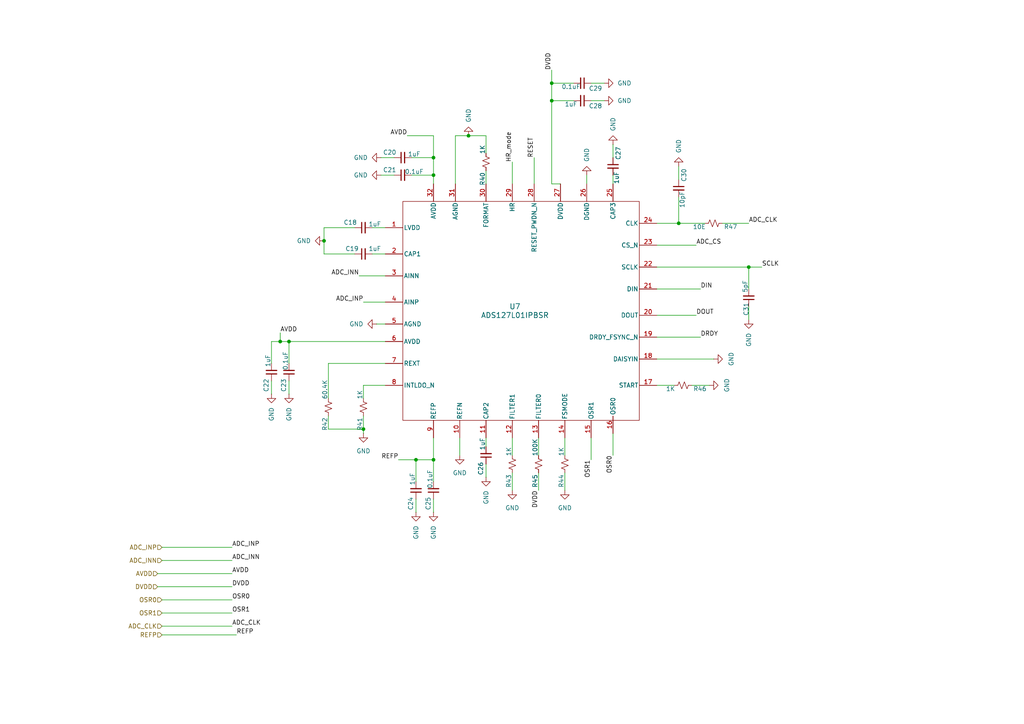
<source format=kicad_sch>
(kicad_sch (version 20231120) (generator "eeschema") (generator_version "8.0")
  (paper "A4")
  (lib_symbols
    (symbol "Device:C_Small" (pin_numbers hide) (pin_names (offset 0.254) hide)
      (property "Reference" "C" (at 0.254 1.778 0))
      (property "Value" "C_Small" (at 0.254 -2.032 0))
      (symbol "C_Small_0_1"
        (polyline (pts (xy -1.524 -0.508) (xy 1.524 -0.508)) (stroke (width 0.3302)))
        (polyline (pts (xy -1.524 0.508) (xy 1.524 0.508)) (stroke (width 0.3048)))
      )
      (symbol "C_Small_1_1"
        (pin passive line (at 0 2.54 270) (length 2.032) (name "~") (number "1"))
        (pin passive line (at 0 -2.54 90) (length 2.032) (name "~") (number "2"))
      )
    )
    (symbol "Device:R_Small_US" (pin_numbers hide) (pin_names (offset 0.254) hide)
      (property "Reference" "R" (at 0.762 0.508 0))
      (property "Value" "R_Small_US" (at 0.762 -1.016 0))
      (symbol "R_Small_US_1_1"
        (polyline (pts (xy 0 0) (xy 1.016 -0.381) (xy 0 -0.762) (xy -1.016 -1.143) (xy 0 -1.524)))
        (polyline (pts (xy 0 1.524) (xy 1.016 1.143) (xy 0 0.762) (xy -1.016 0.381) (xy 0 0)))
        (pin passive line (at 0 2.54 270) (length 1.016) (name "~") (number "1"))
        (pin passive line (at 0 -2.54 90) (length 1.016) (name "~") (number "2"))
      )
    )
    (symbol "Project Symbol Library:ADS127L01IPBSR" (pin_names (offset 0.254))
      (property "Reference" "U" (at 10.16 -5.08 0))
      (property "Value" "ADS127L01IPBSR" (at 10.16 -7.62 0))
      (symbol "ADS127L01IPBSR_0_1"
        (rectangle (start -33.02 29.21) (end 35.56 -34.29))
        (pin power_in line (at -38.1 21.59 0) (length 5.08) (name "LVDD") (number "1"))
        (pin input line (at -16.51 -39.37 90) (length 5.08) (name "REFN") (number "10"))
        (pin unspecified line (at -8.89 -39.37 90) (length 5.08) (name "CAP2") (number "11"))
        (pin input line (at -1.27 -39.37 90) (length 5.08) (name "FILTER1") (number "12"))
        (pin input line (at 6.35 -39.37 90) (length 5.08) (name "FILTER0") (number "13"))
        (pin input line (at 13.97 -39.37 90) (length 5.08) (name "FSMODE") (number "14"))
        (pin input line (at 21.59 -39.37 90) (length 5.08) (name "OSR1") (number "15"))
        (pin input line (at 27.94 -38.1 90) (length 5.08) (name "OSR0") (number "16"))
        (pin input line (at 40.64 -24.13 180) (length 5.08) (name "START") (number "17"))
        (pin input line (at 40.64 -16.51 180) (length 5.08) (name "DAISYIN") (number "18"))
        (pin bidirectional line (at 40.64 -10.16 180) (length 5.08) (name "DRDY_FSYNC_N") (number "19"))
        (pin unspecified line (at -38.1 13.97 0) (length 5.08) (name "CAP1") (number "2"))
        (pin output line (at 40.64 -3.81 180) (length 5.08) (name "DOUT") (number "20"))
        (pin input line (at 40.64 3.81 180) (length 5.08) (name "DIN") (number "21"))
        (pin bidirectional line (at 40.64 10.16 180) (length 5.08) (name "SCLK") (number "22"))
        (pin input line (at 40.64 16.51 180) (length 5.08) (name "CS_N") (number "23"))
        (pin input line (at 40.64 22.86 180) (length 5.08) (name "CLK") (number "24"))
        (pin power_in line (at 27.94 34.29 270) (length 5.08) (name "CAP3") (number "25"))
        (pin power_in line (at 20.32 34.29 270) (length 5.08) (name "DGND") (number "26"))
        (pin power_in line (at 12.7 34.29 270) (length 5.08) (name "DVDD") (number "27"))
        (pin input line (at 5.08 34.29 270) (length 5.08) (name "RESET_PWDN_N") (number "28"))
        (pin input line (at -1.27 34.29 270) (length 5.08) (name "HR") (number "29"))
        (pin input line (at -38.1 7.62 0) (length 5.08) (name "AINN") (number "3"))
        (pin input line (at -8.89 34.29 270) (length 5.08) (name "FORMAT") (number "30"))
        (pin power_in line (at -17.78 34.29 270) (length 5.08) (name "AGND") (number "31"))
        (pin power_in line (at -24.13 34.29 270) (length 5.08) (name "AVDD") (number "32"))
        (pin input line (at -38.1 0 0) (length 5.08) (name "AINP") (number "4"))
        (pin power_in line (at -38.1 -6.35 0) (length 5.08) (name "AGND") (number "5"))
        (pin power_in line (at -38.1 -11.43 0) (length 5.08) (name "AVDD") (number "6"))
        (pin input line (at -38.1 -17.78 0) (length 5.08) (name "REXT") (number "7"))
        (pin input line (at -38.1 -24.13 0) (length 5.08) (name "INTLDO_N") (number "8"))
        (pin input line (at -24.13 -39.37 90) (length 5.08) (name "REFP") (number "9"))
      )
    )
    (symbol "power:GND" (power) (pin_numbers hide) (pin_names (offset 0) hide)
      (property "Value" "GND" (at 0 -3.81 0))
      (symbol "GND_0_1"
        (polyline (pts (xy 0 0) (xy 0 -1.27) (xy 1.27 -1.27) (xy 0 -2.54) (xy -1.27 -1.27) (xy 0 -1.27)))
      )
      (symbol "GND_1_1"
        (pin power_in line (at 0 0 270) (length 0) (name "~") (number "1"))
      )
    )
  )
  (junction (at 160.02 29.21))
  (junction (at 120.65 133.35))
  (junction (at 125.73 133.35))
  (junction (at 83.82 99.06))
  (junction (at 93.98 69.85))
  (junction (at 125.73 45.72))
  (junction (at 217.17 77.47))
  (junction (at 135.89 39.37))
  (junction (at 125.73 50.8))
  (junction (at 160.02 24.13))
  (junction (at 81.28 99.06))
  (junction (at 105.41 124.46))
  (junction (at 196.85 64.77))
  (wire (pts (xy 162.56 53.34) (xy 160.02 53.34)))
  (wire (pts (xy 166.37 24.13) (xy 160.02 24.13)))
  (wire (pts (xy 190.5 71.12) (xy 201.93 71.12)))
  (wire (pts (xy 93.98 69.85) (xy 93.98 73.66)))
  (wire (pts (xy 105.41 111.76) (xy 111.76 111.76)))
  (wire (pts (xy 83.82 114.3) (xy 83.82 110.49)))
  (wire (pts (xy 190.5 77.47) (xy 217.17 77.47)))
  (wire (pts (xy 135.89 39.37) (xy 140.97 39.37)))
  (wire (pts (xy 163.83 127) (xy 163.83 132.08)))
  (wire (pts (xy 78.74 99.06) (xy 81.28 99.06)))
  (wire (pts (xy 105.41 87.63) (xy 111.76 87.63)))
  (wire (pts (xy 154.94 45.72) (xy 154.94 53.34)))
  (wire (pts (xy 163.83 137.16) (xy 163.83 142.24)))
  (wire (pts (xy 107.95 73.66) (xy 111.76 73.66)))
  (wire (pts (xy 148.59 137.16) (xy 148.59 142.24)))
  (wire (pts (xy 115.57 133.35) (xy 120.65 133.35)))
  (wire (pts (xy 45.72 166.37) (xy 67.31 166.37)))
  (wire (pts (xy 190.5 91.44) (xy 201.93 91.44)))
  (wire (pts (xy 175.26 29.21) (xy 171.45 29.21)))
  (wire (pts (xy 110.49 50.8) (xy 114.3 50.8)))
  (wire (pts (xy 46.99 158.75) (xy 67.31 158.75)))
  (wire (pts (xy 78.74 105.41) (xy 78.74 99.06)))
  (wire (pts (xy 93.98 73.66) (xy 102.87 73.66)))
  (wire (pts (xy 160.02 53.34) (xy 160.02 29.21)))
  (wire (pts (xy 190.5 104.14) (xy 207.01 104.14)))
  (wire (pts (xy 125.73 139.7) (xy 125.73 133.35)))
  (wire (pts (xy 196.85 64.77) (xy 204.47 64.77)))
  (wire (pts (xy 83.82 99.06) (xy 111.76 99.06)))
  (wire (pts (xy 156.21 137.16) (xy 156.21 142.24)))
  (wire (pts (xy 45.72 170.18) (xy 67.31 170.18)))
  (wire (pts (xy 177.8 41.91) (xy 177.8 45.72)))
  (wire (pts (xy 81.28 96.52) (xy 81.28 99.06)))
  (wire (pts (xy 209.55 64.77) (xy 217.17 64.77)))
  (wire (pts (xy 132.08 39.37) (xy 135.89 39.37)))
  (wire (pts (xy 125.73 127) (xy 125.73 133.35)))
  (wire (pts (xy 190.5 111.76) (xy 195.58 111.76)))
  (wire (pts (xy 171.45 127) (xy 171.45 133.35)))
  (wire (pts (xy 125.73 50.8) (xy 125.73 53.34)))
  (wire (pts (xy 109.22 93.98) (xy 111.76 93.98)))
  (wire (pts (xy 140.97 138.43) (xy 140.97 134.62)))
  (wire (pts (xy 95.25 115.57) (xy 95.25 105.41)))
  (wire (pts (xy 46.99 173.99) (xy 67.31 173.99)))
  (wire (pts (xy 160.02 29.21) (xy 160.02 24.13)))
  (wire (pts (xy 148.59 127) (xy 148.59 132.08)))
  (wire (pts (xy 196.85 57.15) (xy 196.85 64.77)))
  (wire (pts (xy 175.26 24.13) (xy 171.45 24.13)))
  (wire (pts (xy 118.11 39.37) (xy 125.73 39.37)))
  (wire (pts (xy 217.17 88.9) (xy 217.17 92.71)))
  (wire (pts (xy 95.25 120.65) (xy 95.25 124.46)))
  (wire (pts (xy 105.41 115.57) (xy 105.41 111.76)))
  (wire (pts (xy 46.99 184.15) (xy 68.58 184.15)))
  (wire (pts (xy 104.14 80.01) (xy 111.76 80.01)))
  (wire (pts (xy 102.87 66.04) (xy 93.98 66.04)))
  (wire (pts (xy 177.8 125.73) (xy 177.8 132.08)))
  (wire (pts (xy 105.41 120.65) (xy 105.41 124.46)))
  (wire (pts (xy 140.97 39.37) (xy 140.97 44.45)))
  (wire (pts (xy 120.65 148.59) (xy 120.65 144.78)))
  (wire (pts (xy 200.66 111.76) (xy 205.74 111.76)))
  (wire (pts (xy 120.65 133.35) (xy 125.73 133.35)))
  (wire (pts (xy 125.73 39.37) (xy 125.73 45.72)))
  (wire (pts (xy 217.17 83.82) (xy 217.17 77.47)))
  (wire (pts (xy 140.97 129.54) (xy 140.97 127)))
  (wire (pts (xy 119.38 45.72) (xy 125.73 45.72)))
  (wire (pts (xy 125.73 148.59) (xy 125.73 144.78)))
  (wire (pts (xy 196.85 48.26) (xy 196.85 52.07)))
  (wire (pts (xy 95.25 124.46) (xy 105.41 124.46)))
  (wire (pts (xy 133.35 127) (xy 133.35 132.08)))
  (wire (pts (xy 119.38 50.8) (xy 125.73 50.8)))
  (wire (pts (xy 166.37 29.21) (xy 160.02 29.21)))
  (wire (pts (xy 190.5 97.79) (xy 203.2 97.79)))
  (wire (pts (xy 190.5 83.82) (xy 203.2 83.82)))
  (wire (pts (xy 78.74 114.3) (xy 78.74 110.49)))
  (wire (pts (xy 177.8 50.8) (xy 177.8 53.34)))
  (wire (pts (xy 46.99 181.61) (xy 67.31 181.61)))
  (wire (pts (xy 148.59 46.99) (xy 148.59 53.34)))
  (wire (pts (xy 120.65 139.7) (xy 120.65 133.35)))
  (wire (pts (xy 105.41 124.46) (xy 105.41 125.73)))
  (wire (pts (xy 46.99 177.8) (xy 67.31 177.8)))
  (wire (pts (xy 81.28 99.06) (xy 83.82 99.06)))
  (wire (pts (xy 132.08 39.37) (xy 132.08 53.34)))
  (wire (pts (xy 110.49 45.72) (xy 114.3 45.72)))
  (wire (pts (xy 170.18 50.8) (xy 170.18 53.34)))
  (wire (pts (xy 190.5 64.77) (xy 196.85 64.77)))
  (wire (pts (xy 93.98 66.04) (xy 93.98 69.85)))
  (wire (pts (xy 46.99 162.56) (xy 67.31 162.56)))
  (wire (pts (xy 217.17 77.47) (xy 220.98 77.47)))
  (wire (pts (xy 83.82 105.41) (xy 83.82 99.06)))
  (wire (pts (xy 160.02 24.13) (xy 160.02 20.32)))
  (wire (pts (xy 156.21 127) (xy 156.21 132.08)))
  (wire (pts (xy 140.97 49.53) (xy 140.97 53.34)))
  (wire (pts (xy 107.95 66.04) (xy 111.76 66.04)))
  (wire (pts (xy 95.25 105.41) (xy 111.76 105.41)))
  (wire (pts (xy 125.73 45.72) (xy 125.73 50.8)))
  (label "RESET" (at 154.94 45.72 90))
  (label "REFP" (at 115.57 133.35 180))
  (label "ADC_INP" (at 105.41 87.63 180))
  (label "DIN" (at 203.2 83.82 0))
  (label "REFP" (at 68.58 184.15 0))
  (label "DOUT" (at 201.93 91.44 0))
  (label "OSR1" (at 171.45 133.35 270))
  (label "OSR1" (at 67.31 177.8 0))
  (label "DVDD" (at 156.21 142.24 270))
  (label "AVDD" (at 81.28 96.52 0))
  (label "AVDD" (at 67.31 166.37 0))
  (label "DVDD" (at 160.02 20.32 90))
  (label "OSR0" (at 177.8 132.08 270))
  (label "HR_mode" (at 148.59 46.99 90))
  (label "SCLK" (at 220.98 77.47 0))
  (label "DRDY" (at 203.2 97.79 0))
  (label "ADC_INN" (at 67.31 162.56 0))
  (label "ADC_CS" (at 201.93 71.12 0))
  (label "ADC_INN" (at 104.14 80.01 180))
  (label "OSR0" (at 67.31 173.99 0))
  (label "ADC_CLK" (at 217.17 64.77 0))
  (label "ADC_INP" (at 67.31 158.75 0))
  (label "ADC_CLK" (at 67.31 181.61 0))
  (label "DVDD" (at 67.31 170.18 0))
  (label "AVDD" (at 118.11 39.37 180))
  (hierarchical_label "REFP" (shape input) (at 46.99 184.15 180))
  (hierarchical_label "OSR1" (shape input) (at 46.99 177.8 180))
  (hierarchical_label "DVDD" (shape input) (at 45.72 170.18 180))
  (hierarchical_label "ADC_INP" (shape input) (at 46.99 158.75 180))
  (hierarchical_label "ADC_CLK" (shape input) (at 46.99 181.61 180))
  (hierarchical_label "OSR0" (shape input) (at 46.99 173.99 180))
  (hierarchical_label "AVDD" (shape input) (at 45.72 166.37 180))
  (hierarchical_label "ADC_INN" (shape input) (at 46.99 162.56 180))
  (symbol (lib_id "power:GND") (at 109.22 93.98 270) (unit 1)
    (property "Reference" "#PWR031" (effects (hide yes)))
    (property "Value" "GND" (at 105.41 93.9799 90) (effects (justify right)))
    (property "Description" "Power symbol creates a global label with name \"GND\" , ground" (effects (hide yes)))
  )
  (symbol (lib_id "power:GND") (at 207.01 104.14 90) (unit 1)
    (property "Reference" "#PWR041" (effects (hide yes)))
    (property "Value" "GND" (at 212.09 104.14 0))
    (property "Description" "Power symbol creates a global label with name \"GND\" , ground" (effects (hide yes)))
  )
  (symbol (lib_id "Device:R_Small_US") (at 148.59 134.62 0) (unit 1)
    (property "Reference" "R43" (at 147.574 141.478 90) (effects (justify left)))
    (property "Value" "1K" (at 147.574 132.334 90) (effects (justify left)))
    (property "Description" "Resistor, small US symbol" (effects (hide yes)))
  )
  (symbol (lib_id "power:GND") (at 125.73 148.59 0) (unit 1)
    (property "Reference" "#PWR036" (effects (hide yes)))
    (property "Value" "GND" (at 125.7299 152.4 90) (effects (justify right)))
    (property "Description" "Power symbol creates a global label with name \"GND\" , ground" (effects (hide yes)))
  )
  (symbol (lib_id "power:GND") (at 163.83 142.24 0) (unit 1)
    (property "Reference" "#PWR039" (effects (hide yes)))
    (property "Value" "GND" (at 163.83 147.32 0))
    (property "Description" "Power symbol creates a global label with name \"GND\" , ground" (effects (hide yes)))
  )
  (symbol (lib_id "power:GND") (at 175.26 24.13 90) (unit 1)
    (property "Reference" "#PWR045" (effects (hide yes)))
    (property "Value" "GND" (at 179.07 24.1301 90) (effects (justify right)))
    (property "Description" "Power symbol creates a global label with name \"GND\" , ground" (effects (hide yes)))
  )
  (symbol (lib_id "Device:R_Small_US") (at 207.01 64.77 90) (unit 1)
    (property "Reference" "R47" (at 213.868 65.786 90) (effects (justify left)))
    (property "Value" "10E" (at 204.724 65.786 90) (effects (justify left)))
    (property "Description" "Resistor, small US symbol" (effects (hide yes)))
  )
  (symbol (lib_id "power:GND") (at 93.98 69.85 270) (unit 1)
    (property "Reference" "#PWR026" (effects (hide yes)))
    (property "Value" "GND" (at 90.17 69.8499 90) (effects (justify right)))
    (property "Description" "Power symbol creates a global label with name \"GND\" , ground" (effects (hide yes)))
  )
  (symbol (lib_id "Device:C_Small") (at 140.97 132.08 180) (unit 1)
    (property "Reference" "C26" (at 139.446 135.89 90))
    (property "Value" "1uF" (at 139.954 128.778 90))
    (property "Description" "Unpolarized capacitor, small symbol" (effects (hide yes)))
  )
  (symbol (lib_id "power:GND") (at 205.74 111.76 90) (unit 1)
    (property "Reference" "#PWR040" (effects (hide yes)))
    (property "Value" "GND" (at 210.82 111.76 0))
    (property "Description" "Power symbol creates a global label with name \"GND\" , ground" (effects (hide yes)))
  )
  (symbol (lib_id "Device:R_Small_US") (at 198.12 111.76 90) (unit 1)
    (property "Reference" "R46" (at 204.978 112.776 90) (effects (justify left)))
    (property "Value" "1K" (at 195.834 112.776 90) (effects (justify left)))
    (property "Description" "Resistor, small US symbol" (effects (hide yes)))
  )
  (symbol (lib_id "power:GND") (at 105.41 125.73 0) (unit 1)
    (property "Reference" "#PWR030" (effects (hide yes)))
    (property "Value" "GND" (at 105.41 130.81 0))
    (property "Description" "Power symbol creates a global label with name \"GND\" , ground" (effects (hide yes)))
  )
  (symbol (lib_id "Device:R_Small_US") (at 95.25 118.11 0) (unit 1)
    (property "Reference" "R42" (at 94.234 124.968 90) (effects (justify left)))
    (property "Value" "60.4K" (at 94.234 115.824 90) (effects (justify left)))
    (property "Description" "Resistor, small US symbol" (effects (hide yes)))
  )
  (symbol (lib_id "Device:C_Small") (at 217.17 86.36 180) (unit 1)
    (property "Reference" "C31" (at 216.408 89.662 90))
    (property "Value" "5pF" (at 216.154 83.058 90))
    (property "Description" "Unpolarized capacitor, small symbol" (effects (hide yes)))
  )
  (symbol (lib_id "power:GND") (at 135.89 39.37 180) (unit 1)
    (property "Reference" "#PWR027" (effects (hide yes)))
    (property "Value" "GND" (at 135.8901 35.56 90) (effects (justify right)))
    (property "Description" "Power symbol creates a global label with name \"GND\" , ground" (effects (hide yes)))
  )
  (symbol (lib_id "Device:R_Small_US") (at 156.21 134.62 0) (unit 1)
    (property "Reference" "R45" (at 155.194 141.478 90) (effects (justify left)))
    (property "Value" "100K" (at 155.194 132.334 90) (effects (justify left)))
    (property "Description" "Resistor, small US symbol" (effects (hide yes)))
  )
  (symbol (lib_id "Device:R_Small_US") (at 105.41 118.11 0) (unit 1)
    (property "Reference" "R41" (at 104.394 124.968 90) (effects (justify left)))
    (property "Value" "1K" (at 104.394 115.824 90) (effects (justify left)))
    (property "Description" "Resistor, small US symbol" (effects (hide yes)))
  )
  (symbol (lib_id "Device:C_Small") (at 120.65 142.24 180) (unit 1)
    (property "Reference" "C24" (at 119.126 146.05 90))
    (property "Value" "1uF" (at 119.634 138.938 90))
    (property "Description" "Unpolarized capacitor, small symbol" (effects (hide yes)))
  )
  (symbol (lib_id "Device:C_Small") (at 116.84 50.8 90) (unit 1)
    (property "Reference" "C21" (at 113.03 49.276 90))
    (property "Value" "0.1uF" (at 120.142 49.784 90))
    (property "Description" "Unpolarized capacitor, small symbol" (effects (hide yes)))
  )
  (symbol (lib_id "power:GND") (at 78.74 114.3 0) (unit 1)
    (property "Reference" "#PWR032" (effects (hide yes)))
    (property "Value" "GND" (at 78.7399 118.11 90) (effects (justify right)))
    (property "Description" "Power symbol creates a global label with name \"GND\" , ground" (effects (hide yes)))
  )
  (symbol (lib_id "Device:C_Small") (at 83.82 107.95 180) (unit 1)
    (property "Reference" "C23" (at 82.296 111.76 90))
    (property "Value" "0.1uF" (at 82.804 104.648 90))
    (property "Description" "Unpolarized capacitor, small symbol" (effects (hide yes)))
  )
  (symbol (lib_id "power:GND") (at 175.26 29.21 90) (unit 1)
    (property "Reference" "#PWR044" (effects (hide yes)))
    (property "Value" "GND" (at 179.07 29.2101 90) (effects (justify right)))
    (property "Description" "Power symbol creates a global label with name \"GND\" , ground" (effects (hide yes)))
  )
  (symbol (lib_id "Device:C_Small") (at 177.8 48.26 0) (unit 1)
    (property "Reference" "C27" (at 179.324 44.45 90))
    (property "Value" "1uF" (at 178.816 51.562 90))
    (property "Description" "Unpolarized capacitor, small symbol" (effects (hide yes)))
  )
  (symbol (lib_id "Project Symbol Library:ADS127L01IPBSR") (at 149.86 87.63 0) (unit 1)
    (property "Reference" "U7" (at 149.352 88.9 0) (effects (font (size 1.524 1.524))))
    (property "Value" "ADS127L01IPBSR" (at 149.352 91.44 0) (effects (font (size 1.524 1.524))))
    (property "Footprint" "PBS0032A_N" (effects (hide yes)))
    (property "Datasheet" "ADS127L01IPBSR" (effects (hide yes)))
  )
  (symbol (lib_id "power:GND") (at 120.65 148.59 0) (unit 1)
    (property "Reference" "#PWR035" (effects (hide yes)))
    (property "Value" "GND" (at 120.6499 152.4 90) (effects (justify right)))
    (property "Description" "Power symbol creates a global label with name \"GND\" , ground" (effects (hide yes)))
  )
  (symbol (lib_id "power:GND") (at 217.17 92.71 0) (unit 1)
    (property "Reference" "#PWR047" (effects (hide yes)))
    (property "Value" "GND" (at 217.1699 96.52 90) (effects (justify right)))
    (property "Description" "Power symbol creates a global label with name \"GND\" , ground" (effects (hide yes)))
  )
  (symbol (lib_id "Device:C_Small") (at 125.73 142.24 180) (unit 1)
    (property "Reference" "C25" (at 124.206 146.05 90))
    (property "Value" "0.1uF" (at 124.714 138.938 90))
    (property "Description" "Unpolarized capacitor, small symbol" (effects (hide yes)))
  )
  (symbol (lib_id "Device:C_Small") (at 196.85 54.61 0) (unit 1)
    (property "Reference" "C30" (at 198.374 50.8 90))
    (property "Value" "10pF" (at 197.866 57.912 90))
    (property "Description" "Unpolarized capacitor, small symbol" (effects (hide yes)))
  )
  (symbol (lib_id "power:GND") (at 170.18 50.8 180) (unit 1)
    (property "Reference" "#PWR043" (effects (hide yes)))
    (property "Value" "GND" (at 170.1801 46.99 90) (effects (justify right)))
    (property "Description" "Power symbol creates a global label with name \"GND\" , ground" (effects (hide yes)))
  )
  (symbol (lib_id "power:GND") (at 133.35 132.08 0) (unit 1)
    (property "Reference" "#PWR034" (effects (hide yes)))
    (property "Value" "GND" (at 133.35 137.16 0))
    (property "Description" "Power symbol creates a global label with name \"GND\" , ground" (effects (hide yes)))
  )
  (symbol (lib_id "power:GND") (at 140.97 138.43 0) (unit 1)
    (property "Reference" "#PWR037" (effects (hide yes)))
    (property "Value" "GND" (at 140.9699 142.24 90) (effects (justify right)))
    (property "Description" "Power symbol creates a global label with name \"GND\" , ground" (effects (hide yes)))
  )
  (symbol (lib_id "power:GND") (at 83.82 114.3 0) (unit 1)
    (property "Reference" "#PWR033" (effects (hide yes)))
    (property "Value" "GND" (at 83.8199 118.11 90) (effects (justify right)))
    (property "Description" "Power symbol creates a global label with name \"GND\" , ground" (effects (hide yes)))
  )
  (symbol (lib_id "Device:C_Small") (at 105.41 73.66 90) (unit 1)
    (property "Reference" "C19" (at 102.108 72.136 90))
    (property "Value" "1uF" (at 108.712 72.136 90))
    (property "Description" "Unpolarized capacitor, small symbol" (effects (hide yes)))
  )
  (symbol (lib_id "Device:C_Small") (at 168.91 24.13 270) (unit 1)
    (property "Reference" "C29" (at 172.72 25.654 90))
    (property "Value" "0.1uF" (at 165.608 25.146 90))
    (property "Description" "Unpolarized capacitor, small symbol" (effects (hide yes)))
  )
  (symbol (lib_id "power:GND") (at 110.49 45.72 270) (unit 1)
    (property "Reference" "#PWR028" (effects (hide yes)))
    (property "Value" "GND" (at 106.68 45.7199 90) (effects (justify right)))
    (property "Description" "Power symbol creates a global label with name \"GND\" , ground" (effects (hide yes)))
  )
  (symbol (lib_id "Device:R_Small_US") (at 140.97 46.99 0) (unit 1)
    (property "Reference" "R40" (at 139.954 53.848 90) (effects (justify left)))
    (property "Value" "1K" (at 139.954 44.704 90) (effects (justify left)))
    (property "Description" "Resistor, small US symbol" (effects (hide yes)))
  )
  (symbol (lib_id "Device:R_Small_US") (at 163.83 134.62 0) (unit 1)
    (property "Reference" "R44" (at 162.814 141.478 90) (effects (justify left)))
    (property "Value" "1K" (at 162.814 132.334 90) (effects (justify left)))
    (property "Description" "Resistor, small US symbol" (effects (hide yes)))
  )
  (symbol (lib_id "power:GND") (at 110.49 50.8 270) (unit 1)
    (property "Reference" "#PWR029" (effects (hide yes)))
    (property "Value" "GND" (at 106.68 50.7999 90) (effects (justify right)))
    (property "Description" "Power symbol creates a global label with name \"GND\" , ground" (effects (hide yes)))
  )
  (symbol (lib_id "power:GND") (at 196.85 48.26 180) (unit 1)
    (property "Reference" "#PWR046" (effects (hide yes)))
    (property "Value" "GND" (at 196.8501 44.45 90) (effects (justify right)))
    (property "Description" "Power symbol creates a global label with name \"GND\" , ground" (effects (hide yes)))
  )
  (symbol (lib_id "power:GND") (at 177.8 41.91 180) (unit 1)
    (property "Reference" "#PWR042" (effects (hide yes)))
    (property "Value" "GND" (at 177.8001 38.1 90) (effects (justify right)))
    (property "Description" "Power symbol creates a global label with name \"GND\" , ground" (effects (hide yes)))
  )
  (symbol (lib_id "Device:C_Small") (at 116.84 45.72 90) (unit 1)
    (property "Reference" "C20" (at 113.03 44.196 90))
    (property "Value" "1uF" (at 120.142 44.704 90))
    (property "Description" "Unpolarized capacitor, small symbol" (effects (hide yes)))
  )
  (symbol (lib_id "Device:C_Small") (at 168.91 29.21 270) (unit 1)
    (property "Reference" "C28" (at 172.72 30.734 90))
    (property "Value" "1uF" (at 165.608 30.226 90))
    (property "Description" "Unpolarized capacitor, small symbol" (effects (hide yes)))
  )
  (symbol (lib_id "power:GND") (at 148.59 142.24 0) (unit 1)
    (property "Reference" "#PWR038" (effects (hide yes)))
    (property "Value" "GND" (at 148.59 147.32 0))
    (property "Description" "Power symbol creates a global label with name \"GND\" , ground" (effects (hide yes)))
  )
  (symbol (lib_id "Device:C_Small") (at 105.41 66.04 90) (unit 1)
    (property "Reference" "C18" (at 101.6 64.516 90))
    (property "Value" "1uF" (at 108.712 65.024 90))
    (property "Description" "Unpolarized capacitor, small symbol" (effects (hide yes)))
  )
  (symbol (lib_id "Device:C_Small") (at 78.74 107.95 180) (unit 1)
    (property "Reference" "C22" (at 77.216 111.76 90))
    (property "Value" "1uF" (at 77.724 104.648 90))
    (property "Description" "Unpolarized capacitor, small symbol" (effects (hide yes)))
  )
)
</source>
